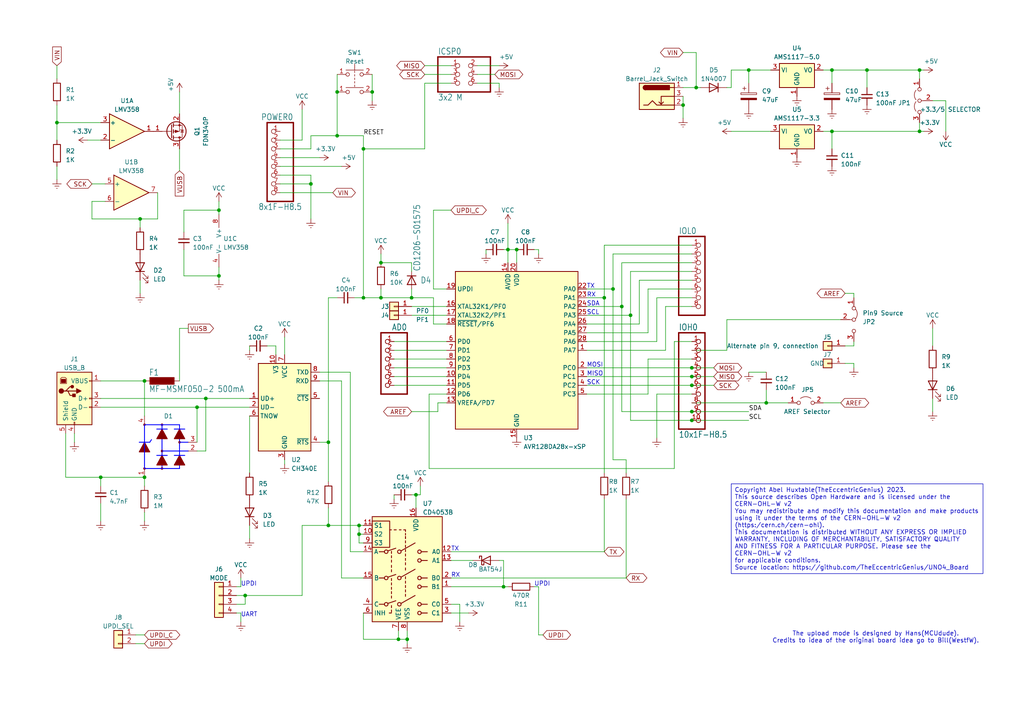
<source format=kicad_sch>
(kicad_sch (version 20231120) (generator "eeschema") (generator_version "8.0")
  (paper "A4")
  (title_block (title "Produino INK 4u") (date "2023-08-20") (rev "1.0") (comment 1 "AVR128DA28 board based on the Uno form factor."))
  (lib_symbols
    (symbol "Amplifier_Operational:LMV358" (pin_names (offset 0.127))
      (property "Reference" "U" (at 0 5.08 0))
      (property "Value" "LMV358" (at 0 -5.08 0))
      (symbol "LMV358_1_1"
        (pin output line (at 7.62 0 180) (length 2.54) (name "~") (number "1"))
        (pin input line (at -7.62 -2.54 0) (length 2.54) (name "-") (number "2"))
        (pin input line (at -7.62 2.54 0) (length 2.54) (name "+") (number "3"))
      )
      (symbol "LMV358_2_1"
        (pin input line (at -7.62 2.54 0) (length 2.54) (name "+") (number "5"))
        (pin input line (at -7.62 -2.54 0) (length 2.54) (name "-") (number "6"))
        (pin output line (at 7.62 0 180) (length 2.54) (name "~") (number "7"))
      )
      (symbol "LMV358_3_1"
        (pin power_in line (at -2.54 -7.62 90) (length 3.81) (name "V-") (number "4"))
        (pin power_in line (at -2.54 7.62 270) (length 3.81) (name "V+") (number "8"))
      )
    )
    (symbol "Analog_Switch:CD4053B"
      (property "Reference" "U" (at -10.16 16.51 0))
      (property "Value" "CD4053B" (at 3.81 16.51 0))
      (symbol "CD4053B_1_1"
        (pin bidirectional line (at 12.7 -5.08 180) (length 2.54) (name "B1") (number "1"))
        (pin input line (at -12.7 10.16 0) (length 2.54) (name "S2") (number "10"))
        (pin input line (at -12.7 12.7 0) (length 2.54) (name "S1") (number "11"))
        (pin bidirectional line (at 12.7 5.08 180) (length 2.54) (name "A0") (number "12"))
        (pin bidirectional line (at 12.7 2.54 180) (length 2.54) (name "A1") (number "13"))
        (pin bidirectional line (at -12.7 5.08 0) (length 2.54) (name "A") (number "14"))
        (pin bidirectional line (at -12.7 -2.54 0) (length 2.54) (name "B") (number "15"))
        (pin power_in line (at 2.54 17.78 270) (length 2.54) (name "VDD") (number "16"))
        (pin bidirectional line (at 12.7 -2.54 180) (length 2.54) (name "B0") (number "2"))
        (pin bidirectional line (at 12.7 -12.7 180) (length 2.54) (name "C1") (number "3"))
        (pin bidirectional line (at -12.7 -10.16 0) (length 2.54) (name "C") (number "4"))
        (pin bidirectional line (at 12.7 -10.16 180) (length 2.54) (name "C0") (number "5"))
        (pin input line (at -12.7 -12.7 0) (length 2.54) (name "INH") (number "6"))
        (pin power_in line (at -2.54 -17.78 90) (length 2.54) (name "VEE") (number "7"))
        (pin power_in line (at 0 -17.78 90) (length 2.54) (name "VSS") (number "8"))
        (pin input line (at -12.7 7.62 0) (length 2.54) (name "S3") (number "9"))
      )
    )
    (symbol "Connector:Barrel_Jack_Switch" (pin_names hide)
      (property "Reference" "J" (at 0 5.334 0))
      (property "Value" "Barrel_Jack_Switch" (at 0 -5.08 0))
      (symbol "Barrel_Jack_Switch_1_1"
        (pin passive line (at 7.62 2.54 180) (length 2.54) (name "~") (number "1"))
        (pin passive line (at 7.62 -2.54 180) (length 2.54) (name "~") (number "2"))
        (pin passive line (at 7.62 0 180) (length 2.54) (name "~") (number "3"))
      )
    )
    (symbol "Connector:USB_B" (pin_names (offset 1.016))
      (property "Reference" "J" (at -5.08 11.43 0))
      (property "Value" "USB_B" (at -5.08 8.89 0))
      (symbol "USB_B_1_1"
        (pin power_out line (at 7.62 5.08 180) (length 2.54) (name "VBUS") (number "1"))
        (pin bidirectional line (at 7.62 -2.54 180) (length 2.54) (name "D-") (number "2"))
        (pin bidirectional line (at 7.62 0 180) (length 2.54) (name "D+") (number "3"))
        (pin power_out line (at 0 -10.16 90) (length 2.54) (name "GND") (number "4"))
        (pin passive line (at -2.54 -10.16 90) (length 2.54) (name "Shield") (number "5"))
      )
    )
    (symbol "Connector_Generic:Conn_01x01" (pin_names (offset 1.016) hide)
      (property "Reference" "J" (at 0 2.54 0))
      (property "Value" "Conn_01x01" (at 0 -2.54 0))
      (symbol "Conn_01x01_1_1"
        (pin passive line (at -5.08 0 0) (length 3.81) (name "Pin_1") (number "1"))
      )
    )
    (symbol "Connector_Generic:Conn_01x02" (pin_names (offset 1.016) hide)
      (property "Reference" "J" (at 0 2.54 0))
      (property "Value" "Conn_01x02" (at 0 -5.08 0))
      (symbol "Conn_01x02_1_1"
        (pin passive line (at -5.08 0 0) (length 3.81) (name "Pin_1") (number "1"))
        (pin passive line (at -5.08 -2.54 0) (length 3.81) (name "Pin_2") (number "2"))
      )
    )
    (symbol "Connector_Generic:Conn_01x04" (pin_names (offset 1.016) hide)
      (property "Reference" "J" (at 0 5.08 0))
      (property "Value" "Conn_01x04" (at 0 -7.62 0))
      (symbol "Conn_01x04_1_1"
        (pin passive line (at -5.08 2.54 0) (length 3.81) (name "Pin_1") (number "1"))
        (pin passive line (at -5.08 0 0) (length 3.81) (name "Pin_2") (number "2"))
        (pin passive line (at -5.08 -2.54 0) (length 3.81) (name "Pin_3") (number "3"))
        (pin passive line (at -5.08 -5.08 0) (length 3.81) (name "Pin_4") (number "4"))
      )
    )
    (symbol "Device:C_Polarized" (pin_numbers hide) (pin_names (offset 0.254))
      (property "Reference" "C" (at 0.635 2.54 0))
      (property "Value" "C_Polarized" (at 0.635 -2.54 0))
      (symbol "C_Polarized_1_1"
        (pin passive line (at 0 3.81 270) (length 2.794) (name "~") (number "1"))
        (pin passive line (at 0 -3.81 90) (length 2.794) (name "~") (number "2"))
      )
    )
    (symbol "Device:C_Small" (pin_numbers hide) (pin_names (offset 0.254) hide)
      (property "Reference" "C" (at 0.254 1.778 0))
      (property "Value" "C_Small" (at 0.254 -2.032 0))
      (symbol "C_Small_1_1"
        (pin passive line (at 0 2.54 270) (length 2.032) (name "~") (number "1"))
        (pin passive line (at 0 -2.54 90) (length 2.032) (name "~") (number "2"))
      )
    )
    (symbol "Device:LED" (pin_numbers hide) (pin_names (offset 1.016) hide)
      (property "Reference" "D" (at 0 2.54 0))
      (property "Value" "LED" (at 0 -2.54 0))
      (symbol "LED_1_1"
        (pin passive line (at -3.81 0 0) (length 2.54) (name "K") (number "1"))
        (pin passive line (at 3.81 0 180) (length 2.54) (name "A") (number "2"))
      )
    )
    (symbol "Device:R" (pin_numbers hide) (pin_names (offset 0))
      (property "Reference" "R" (at 2.032 0 90))
      (property "Value" "R" (at 0 0 90))
      (symbol "R_1_1"
        (pin passive line (at 0 3.81 270) (length 1.27) (name "~") (number "1"))
        (pin passive line (at 0 -3.81 90) (length 1.27) (name "~") (number "2"))
      )
    )
    (symbol "Diode:1N4007" (pin_numbers hide) (pin_names hide)
      (property "Reference" "D" (at 0 2.54 0))
      (property "Value" "1N4007" (at 0 -2.54 0))
      (symbol "1N4007_1_1"
        (pin passive line (at -3.81 0 0) (length 2.54) (name "K") (number "1"))
        (pin passive line (at 3.81 0 180) (length 2.54) (name "A") (number "2"))
      )
    )
    (symbol "Diode:BAT54J" (pin_numbers hide) (pin_names (offset 1.016) hide)
      (property "Reference" "D" (at 0 2.54 0))
      (property "Value" "BAT54J" (at 0 -2.54 0))
      (symbol "BAT54J_1_1"
        (pin passive line (at -3.81 0 0) (length 2.54) (name "K") (number "1"))
        (pin passive line (at 3.81 0 180) (length 2.54) (name "A") (number "2"))
      )
    )
    (symbol "Interface_USB:CH340E"
      (property "Reference" "U" (at -5.08 13.97 0))
      (property "Value" "CH340E" (at 1.27 13.97 0))
      (symbol "CH340E_1_1"
        (pin bidirectional line (at -10.16 2.54 0) (length 2.54) (name "UD+") (number "1"))
        (pin passive line (at -2.54 15.24 270) (length 2.54) (name "V3") (number "10"))
        (pin bidirectional line (at -10.16 0 0) (length 2.54) (name "UD-") (number "2"))
        (pin power_in line (at 0 -15.24 90) (length 2.54) (name "GND") (number "3"))
        (pin output line (at 10.16 -10.16 180) (length 2.54) (name "~{RTS}") (number "4"))
        (pin input line (at 10.16 2.54 180) (length 2.54) (name "~{CTS}") (number "5"))
        (pin output line (at -10.16 -2.54 0) (length 2.54) (name "TNOW") (number "6"))
        (pin power_in line (at 0 15.24 270) (length 2.54) (name "VCC") (number "7"))
        (pin output line (at 10.16 10.16 180) (length 2.54) (name "TXD") (number "8"))
        (pin input line (at 10.16 7.62 180) (length 2.54) (name "RXD") (number "9"))
      )
    )
    (symbol "Jumper:Jumper_2_Open" (pin_names (offset 0) hide)
      (property "Reference" "JP" (at 0 2.794 0))
      (property "Value" "Jumper_2_Open" (at 0 -2.286 0))
      (symbol "Jumper_2_Open_1_1"
        (pin passive line (at -5.08 0 0) (length 2.54) (name "A") (number "1"))
        (pin passive line (at 5.08 0 180) (length 2.54) (name "B") (number "2"))
      )
    )
    (symbol "Jumper:Jumper_3_Bridged12" (pin_names (offset 0) hide)
      (property "Reference" "JP" (at -2.54 -2.54 0))
      (property "Value" "Jumper_3_Bridged12" (at 0 2.794 0))
      (symbol "Jumper_3_Bridged12_1_1"
        (pin passive line (at -6.35 0 0) (length 2.54) (name "A") (number "1"))
        (pin passive line (at 0 -3.81 90) (length 2.54) (name "C") (number "2"))
        (pin passive line (at 6.35 0 180) (length 2.54) (name "B") (number "3"))
      )
    )
    (symbol "Jumper:Jumper_3_Open" (pin_names (offset 0) hide)
      (property "Reference" "JP" (at -2.54 -2.54 0))
      (property "Value" "Jumper_3_Open" (at 0 2.794 0))
      (symbol "Jumper_3_Open_1_1"
        (pin passive line (at -6.35 0 0) (length 2.54) (name "A") (number "1"))
        (pin passive line (at 0 -3.81 90) (length 2.54) (name "C") (number "2"))
        (pin passive line (at 6.35 0 180) (length 2.54) (name "B") (number "3"))
      )
    )
    (symbol "MCU_Microchip_AVR_Dx:AVR128DA28x-xSP"
      (property "Reference" "U" (at -17.78 24.13 0))
      (property "Value" "AVR128DA28x-xSP" (at 2.54 -24.13 0))
      (symbol "AVR128DA28x-xSP_1_1"
        (pin bidirectional line (at 20.32 0 180) (length 2.54) (name "PA7") (number "1"))
        (pin bidirectional line (at -20.32 -7.62 0) (length 2.54) (name "PD4") (number "10"))
        (pin bidirectional line (at -20.32 -10.16 0) (length 2.54) (name "PD5") (number "11"))
        (pin bidirectional line (at -20.32 -12.7 0) (length 2.54) (name "PD6") (number "12"))
        (pin bidirectional line (at -20.32 -15.24 0) (length 2.54) (name "VREFA/PD7") (number "13"))
        (pin power_in line (at -2.54 25.4 270) (length 2.54) (name "AVDD") (number "14"))
        (pin power_in line (at 0 -25.4 90) (length 2.54) (name "GND") (number "15"))
        (pin bidirectional line (at -20.32 12.7 0) (length 2.54) (name "XTAL32K1/PF0") (number "16"))
        (pin bidirectional line (at -20.32 10.16 0) (length 2.54) (name "XTAL32K2/PF1") (number "17"))
        (pin bidirectional line (at -20.32 7.62 0) (length 2.54) (name "~{RESET}/PF6") (number "18"))
        (pin input line (at -20.32 17.78 0) (length 2.54) (name "UPDI") (number "19"))
        (pin bidirectional line (at 20.32 -5.08 180) (length 2.54) (name "PC0") (number "2"))
        (pin power_in line (at 0 25.4 270) (length 2.54) (name "VDD") (number "20"))
        (pin passive line (at 0 -25.4 90) (length 2.54) hide (name "GND") (number "21"))
        (pin bidirectional line (at 20.32 17.78 180) (length 2.54) (name "PA0") (number "22"))
        (pin bidirectional line (at 20.32 15.24 180) (length 2.54) (name "PA1") (number "23"))
        (pin bidirectional line (at 20.32 12.7 180) (length 2.54) (name "PA2") (number "24"))
        (pin bidirectional line (at 20.32 10.16 180) (length 2.54) (name "PA3") (number "25"))
        (pin bidirectional line (at 20.32 7.62 180) (length 2.54) (name "PA4") (number "26"))
        (pin bidirectional line (at 20.32 5.08 180) (length 2.54) (name "PA5") (number "27"))
        (pin bidirectional line (at 20.32 2.54 180) (length 2.54) (name "PA6") (number "28"))
        (pin bidirectional line (at 20.32 -7.62 180) (length 2.54) (name "PC1") (number "3"))
        (pin bidirectional line (at 20.32 -10.16 180) (length 2.54) (name "PC2") (number "4"))
        (pin bidirectional line (at 20.32 -12.7 180) (length 2.54) (name "PC3") (number "5"))
        (pin bidirectional line (at -20.32 2.54 0) (length 2.54) (name "PD0") (number "6"))
        (pin bidirectional line (at -20.32 0 0) (length 2.54) (name "PD1") (number "7"))
        (pin bidirectional line (at -20.32 -2.54 0) (length 2.54) (name "PD2") (number "8"))
        (pin bidirectional line (at -20.32 -5.08 0) (length 2.54) (name "PD3") (number "9"))
      )
    )
    (symbol "Regulator_Linear:AMS1117-3.3"
      (property "Reference" "U" (at -3.81 3.175 0))
      (property "Value" "AMS1117-3.3" (at 0 3.175 0))
      (symbol "AMS1117-3.3_1_1"
        (pin power_in line (at 0 -7.62 90) (length 2.54) (name "GND") (number "1"))
        (pin power_out line (at 7.62 0 180) (length 2.54) (name "VO") (number "2"))
        (pin power_in line (at -7.62 0 0) (length 2.54) (name "VI") (number "3"))
      )
    )
    (symbol "Regulator_Linear:AMS1117-5.0"
      (property "Reference" "U" (at -3.81 3.175 0))
      (property "Value" "AMS1117-5.0" (at 0 3.175 0))
      (symbol "AMS1117-5.0_1_1"
        (pin power_in line (at 0 -7.62 90) (length 2.54) (name "GND") (number "1"))
        (pin power_out line (at 7.62 0 180) (length 2.54) (name "VO") (number "2"))
        (pin power_in line (at -7.62 0 0) (length 2.54) (name "VI") (number "3"))
      )
    )
    (symbol "SmartPrj_PINHD-1X8_1"
      (property "Reference" "AD0" (at -6.35 13.335 0))
      (symbol "SmartPrj_PINHD-1X8_1_1_0"
        (pin passive inverted (at -2.54 10.16 0) (length 2.54) (name "1") (number "1"))
        (pin passive inverted (at -2.54 7.62 0) (length 2.54) (name "2") (number "2"))
        (pin passive inverted (at -2.54 5.08 0) (length 2.54) (name "3") (number "3"))
        (pin passive inverted (at -2.54 2.54 0) (length 2.54) (name "4") (number "4"))
        (pin passive inverted (at -2.54 0 0) (length 2.54) (name "5") (number "5"))
        (pin passive inverted (at -2.54 -2.54 0) (length 2.54) (name "6") (number "6"))
      )
    )
    (symbol "Switch:SW_Push_Dual" (pin_names (offset 1.016) hide)
      (property "Reference" "SW1" (at 0 6.35 0))
      (property "Value" "Reset" (at 0 3.81 0))
      (symbol "SW_Push_Dual_0_1"
        (pin passive line (at -5.08 0 0) (length 2.54) (name "1") (number "1"))
        (pin passive line (at 5.08 0 180) (length 2.54) (name "2") (number "2"))
      )
      (symbol "SW_Push_Dual_1_1"
        (pin passive line (at -5.08 -5.08 0) (length 2.54) (name "3") (number "1"))
        (pin passive line (at 5.08 -5.08 180) (length 2.54) (name "4") (number "2"))
      )
    )
    (symbol "Transistor_FET:FDN340P" (pin_names hide)
      (property "Reference" "Q" (at 5.08 1.905 0))
      (property "Value" "FDN340P" (at 5.08 0 0))
      (symbol "FDN340P_1_1"
        (pin input line (at -5.08 0 0) (length 2.54) (name "G") (number "1"))
        (pin passive line (at 2.54 -5.08 90) (length 2.54) (name "S") (number "2"))
        (pin passive line (at 2.54 5.08 270) (length 2.54) (name "D") (number "3"))
      )
    )
    (symbol "UNO-TH_Rev3e-eagle-import:SmartPrj_PINHD-1X10_ARD"
      (property "Reference" "JP" (at -6.35 13.335 0))
      (symbol "SmartPrj_PINHD-1X10_ARD_1_0"
        (pin passive inverted (at -2.54 10.16 0) (length 2.54) (name "1") (number "1"))
        (pin passive inverted (at -2.54 -12.7 0) (length 2.54) (name "10") (number "10"))
        (pin passive inverted (at -2.54 7.62 0) (length 2.54) (name "2") (number "2"))
        (pin passive inverted (at -2.54 5.08 0) (length 2.54) (name "3") (number "3"))
        (pin passive inverted (at -2.54 2.54 0) (length 2.54) (name "4") (number "4"))
        (pin passive inverted (at -2.54 0 0) (length 2.54) (name "5") (number "5"))
        (pin passive inverted (at -2.54 -2.54 0) (length 2.54) (name "6") (number "6"))
        (pin passive inverted (at -2.54 -5.08 0) (length 2.54) (name "7") (number "7"))
        (pin passive inverted (at -2.54 -7.62 0) (length 2.54) (name "8") (number "8"))
        (pin passive inverted (at -2.54 -10.16 0) (length 2.54) (name "9") (number "9"))
      )
    )
    (symbol "UNO-TH_Rev3e-eagle-import:SmartPrj_PINHD-1X8"
      (property "Reference" "JP" (at -6.35 13.335 0))
      (symbol "SmartPrj_PINHD-1X8_1_0"
        (pin passive inverted (at -2.54 10.16 0) (length 2.54) (name "1") (number "1"))
        (pin passive inverted (at -2.54 7.62 0) (length 2.54) (name "2") (number "2"))
        (pin passive inverted (at -2.54 5.08 0) (length 2.54) (name "3") (number "3"))
        (pin passive inverted (at -2.54 2.54 0) (length 2.54) (name "4") (number "4"))
        (pin passive inverted (at -2.54 0 0) (length 2.54) (name "5") (number "5"))
        (pin passive inverted (at -2.54 -2.54 0) (length 2.54) (name "6") (number "6"))
        (pin passive inverted (at -2.54 -5.08 0) (length 2.54) (name "7") (number "7"))
        (pin passive inverted (at -2.54 -7.62 0) (length 2.54) (name "8") (number "8"))
      )
    )
    (symbol "UNO-TH_Rev3e-eagle-import:SmartPrj_PINHD-2X3"
      (property "Reference" "JP" (at -6.35 5.715 0))
      (symbol "SmartPrj_PINHD-2X3_1_0"
        (pin passive inverted (at -2.54 2.54 0) (length 2.54) (name "1") (number "1"))
        (pin passive inverted (at 5.08 2.54 180) (length 2.54) (name "2") (number "2"))
        (pin passive inverted (at -2.54 0 0) (length 2.54) (name "3") (number "3"))
        (pin passive inverted (at 5.08 0 180) (length 2.54) (name "4") (number "4"))
        (pin passive inverted (at -2.54 -2.54 0) (length 2.54) (name "5") (number "5"))
        (pin passive inverted (at 5.08 -2.54 180) (length 2.54) (name "6") (number "6"))
      )
    )
    (symbol "UNO-TH_Rev3e-eagle-import:diode_DIODE-MINIMELF"
      (property "Reference" "D" (at 2.54 0.4826 0))
      (symbol "diode_DIODE-MINIMELF_1_0"
        (pin passive line (at -2.54 0 0) (length 2.54) (name "A") (number "A"))
        (pin passive line (at 2.54 0 180) (length 2.54) (name "C") (number "C"))
      )
    )
    (symbol "UNO-TH_Rev3e-eagle-import:rcl_L-EUL1812"
      (property "Reference" "L" (at -1.4986 -3.81 90))
      (symbol "rcl_L-EUL1812_1_0"
        (pin passive line (at 0 5.08 270) (length 2.54) (name "1") (number "1"))
        (pin passive line (at 0 -5.08 90) (length 2.54) (name "2") (number "2"))
      )
    )
    (symbol "Uno_Mini_Limited_Edition-altium-import:root_0_PRTR5V0U2X,215"
      (symbol "root_0_PRTR5V0U2X,215_1_0"
        (pin passive line (at -5.08 -10.16 90) (length 2.54) (name "1") (number "1"))
        (pin passive line (at 10.16 -2.54 180) (length 2.54) (name "2") (number "2"))
        (pin passive line (at 10.16 0 180) (length 2.54) (name "3") (number "3"))
        (pin passive line (at -5.08 7.62 270) (length 2.54) (name "4") (number "4"))
      )
    )
    (symbol "power:+3.3V" (power) (pin_names (offset 0))
      (property "Value" "+3.3V" (at 0 3.556 0))
      (symbol "+3.3V_1_1"
        (pin power_in line (at 0 0 90) (length 0) hide (name "+3.3V") (number "1"))
      )
    )
    (symbol "power:+5V" (power) (pin_names (offset 0))
      (property "Value" "+5V" (at 0 3.556 0))
      (symbol "+5V_1_1"
        (pin power_in line (at 0 0 90) (length 0) hide (name "+5V") (number "1"))
      )
    )
    (symbol "power:Earth" (power) (pin_names (offset 0))
      (symbol "Earth_1_1"
        (pin power_in line (at 0 0 270) (length 0) hide (name "Earth") (number "1"))
      )
    )
    (symbol "power:VCC" (power) (pin_names (offset 0))
      (property "Value" "VCC" (at 0 3.81 0))
      (symbol "VCC_1_1"
        (pin power_in line (at 0 0 90) (length 0) hide (name "VCC") (number "1"))
      )
    )
  )
  (junction (at 115.57 185.42))
  (junction (at 29.21 138.43))
  (junction (at 110.49 86.36))
  (junction (at 180.34 88.9))
  (junction (at 119.38 86.36))
  (junction (at 90.17 53.34))
  (junction (at 104.14 154.94))
  (junction (at 110.49 76.2))
  (junction (at 266.7 20.32))
  (junction (at 200.66 121.92))
  (junction (at 251.46 20.32))
  (junction (at 104.14 152.4))
  (junction (at 177.8 83.82))
  (junction (at 105.41 43.18))
  (junction (at 266.7 38.1))
  (junction (at 40.64 63.5))
  (junction (at 63.5 80.01))
  (junction (at 95.25 128.27))
  (junction (at 59.69 115.57))
  (junction (at 71.12 172.72))
  (junction (at 241.3 20.32))
  (junction (at 147.32 72.39))
  (junction (at 200.66 109.22))
  (junction (at 57.15 118.11))
  (junction (at 200.66 111.76))
  (junction (at 201.93 25.4))
  (junction (at 97.79 39.37))
  (junction (at 120.65 143.51))
  (junction (at 95.25 152.4))
  (junction (at 41.91 110.49))
  (junction (at 241.3 38.1))
  (junction (at 200.66 119.38))
  (junction (at 222.25 116.84))
  (junction (at 118.11 185.42))
  (junction (at 63.5 60.96))
  (junction (at 16.51 35.56))
  (junction (at 200.66 106.68))
  (junction (at 198.12 30.48))
  (junction (at 41.91 138.43))
  (junction (at 149.86 72.39))
  (junction (at 107.95 26.67))
  (junction (at 175.26 86.36))
  (junction (at 105.41 86.36))
  (junction (at 182.88 91.44))
  (junction (at 217.17 20.32))
  (junction (at 146.05 170.18))
  (junction (at 97.79 26.67))
  (wire (pts (xy 247.65 105.41) (xy 247.65 106.68)))
  (wire (pts (xy 68.58 175.26) (xy 71.12 175.26)))
  (wire (pts (xy 81.28 53.34) (xy 90.17 53.34)))
  (wire (pts (xy 212.09 25.4) (xy 212.09 20.32)))
  (wire (pts (xy 238.76 38.1) (xy 241.3 38.1)))
  (wire (pts (xy 39.37 184.15) (xy 41.91 184.15)))
  (wire (pts (xy 198.12 25.4) (xy 201.93 25.4)))
  (wire (pts (xy 195.58 99.06) (xy 200.66 99.06)))
  (wire (pts (xy 81.28 55.88) (xy 96.52 55.88)))
  (wire (pts (xy 105.41 185.42) (xy 115.57 185.42)))
  (wire (pts (xy 119.38 83.82) (xy 119.38 86.36)))
  (wire (pts (xy 118.11 185.42) (xy 118.11 182.88)))
  (wire (pts (xy 201.93 25.4) (xy 201.93 15.24)))
  (wire (pts (xy 121.92 143.51) (xy 120.65 143.51)))
  (wire (pts (xy 156.21 184.15) (xy 157.48 184.15)))
  (wire (pts (xy 180.34 76.2) (xy 200.66 76.2)))
  (wire (pts (xy 180.34 88.9) (xy 180.34 119.38)))
  (wire (pts (xy 105.41 43.18) (xy 105.41 86.36)))
  (wire (pts (xy 144.78 162.56) (xy 146.05 162.56)))
  (wire (pts (xy 187.96 114.3) (xy 187.96 104.14)))
  (wire (pts (xy 81.28 50.8) (xy 90.17 50.8)))
  (wire (pts (xy 107.95 26.67) (xy 107.95 29.21)))
  (wire (pts (xy 130.81 170.18) (xy 146.05 170.18)))
  (wire (pts (xy 29.21 118.11) (xy 57.15 118.11)))
  (wire (pts (xy 170.18 83.82) (xy 177.8 83.82)))
  (wire (pts (xy 80.01 102.87) (xy 80.01 100.33)))
  (wire (pts (xy 69.85 170.18) (xy 68.58 170.18)))
  (wire (pts (xy 25.4 40.64) (xy 29.21 40.64)))
  (wire (pts (xy 198.12 30.48) (xy 198.12 34.29)))
  (wire (pts (xy 114.3 111.76) (xy 129.54 111.76)))
  (wire (pts (xy 222.25 113.03) (xy 222.25 116.84)))
  (wire (pts (xy 92.71 110.49) (xy 99.06 110.49)))
  (wire (pts (xy 198.12 15.24) (xy 201.93 15.24)))
  (wire (pts (xy 270.51 115.57) (xy 270.51 119.38)))
  (wire (pts (xy 40.64 63.5) (xy 40.64 66.04)))
  (wire (pts (xy 129.54 83.82) (xy 125.73 83.82)))
  (wire (pts (xy 170.18 91.44) (xy 182.88 91.44)))
  (wire (pts (xy 187.96 104.14) (xy 200.66 104.14)))
  (wire (pts (xy 41.91 138.43) (xy 41.91 140.97)))
  (wire (pts (xy 72.39 120.65) (xy 72.39 137.16)))
  (wire (pts (xy 69.85 177.8) (xy 69.85 180.34)))
  (wire (pts (xy 82.55 97.79) (xy 82.55 102.87)))
  (wire (pts (xy 127 116.84) (xy 129.54 116.84)))
  (wire (pts (xy 133.35 175.26) (xy 130.81 175.26)))
  (wire (pts (xy 146.05 162.56) (xy 146.05 170.18)))
  (wire (pts (xy 123.19 21.59) (xy 130.81 21.59)))
  (wire (pts (xy 101.6 160.02) (xy 101.6 107.95)))
  (wire (pts (xy 177.8 73.66) (xy 200.66 73.66)))
  (wire (pts (xy 105.41 160.02) (xy 101.6 160.02)))
  (wire (pts (xy 19.05 138.43) (xy 19.05 125.73)))
  (wire (pts (xy 63.5 77.47) (xy 63.5 80.01)))
  (wire (pts (xy 41.91 138.43) (xy 29.21 138.43)))
  (wire (pts (xy 121.92 140.97) (xy 121.92 143.51)))
  (wire (pts (xy 124.46 135.89) (xy 195.58 135.89)))
  (wire (pts (xy 105.41 86.36) (xy 110.49 86.36)))
  (wire (pts (xy 247.65 100.33) (xy 245.11 100.33)))
  (wire (pts (xy 95.25 128.27) (xy 95.25 139.7)))
  (wire (pts (xy 45.72 63.5) (xy 45.72 55.88)))
  (wire (pts (xy 71.12 172.72) (xy 87.63 172.72)))
  (wire (pts (xy 40.64 81.28) (xy 40.64 85.09)))
  (wire (pts (xy 41.91 148.59) (xy 41.91 151.13)))
  (wire (pts (xy 181.61 137.16) (xy 181.61 133.35)))
  (wire (pts (xy 210.82 25.4) (xy 212.09 25.4)))
  (wire (pts (xy 29.21 138.43) (xy 19.05 138.43)))
  (wire (pts (xy 200.66 101.6) (xy 210.82 101.6)))
  (wire (pts (xy 127 119.38) (xy 127 116.84)))
  (wire (pts (xy 185.42 81.28) (xy 200.66 81.28)))
  (wire (pts (xy 87.63 152.4) (xy 95.25 152.4)))
  (wire (pts (xy 274.32 29.21) (xy 270.51 29.21)))
  (wire (pts (xy 29.21 138.43) (xy 29.21 140.97)))
  (wire (pts (xy 210.82 92.71) (xy 243.84 92.71)))
  (wire (pts (xy 212.09 20.32) (xy 217.17 20.32)))
  (wire (pts (xy 138.43 21.59) (xy 143.51 21.59)))
  (wire (pts (xy 16.51 35.56) (xy 16.51 40.64)))
  (wire (pts (xy 125.73 86.36) (xy 125.73 93.98)))
  (wire (pts (xy 200.66 119.38) (xy 217.17 119.38)))
  (wire (pts (xy 201.93 25.4) (xy 203.2 25.4)))
  (wire (pts (xy 110.49 86.36) (xy 119.38 86.36)))
  (wire (pts (xy 41.91 110.49) (xy 41.91 120.65)))
  (wire (pts (xy 274.32 38.1) (xy 274.32 29.21)))
  (wire (pts (xy 177.8 83.82) (xy 177.8 133.35)))
  (wire (pts (xy 81.28 43.18) (xy 90.17 43.18)))
  (wire (pts (xy 39.37 186.69) (xy 41.91 186.69)))
  (wire (pts (xy 156.21 73.66) (xy 156.21 72.39)))
  (wire (pts (xy 95.25 147.32) (xy 95.25 152.4)))
  (wire (pts (xy 200.66 106.68) (xy 207.01 106.68)))
  (wire (pts (xy 81.28 48.26) (xy 99.06 48.26)))
  (wire (pts (xy 63.5 60.96) (xy 63.5 62.23)))
  (wire (pts (xy 16.51 35.56) (xy 29.21 35.56)))
  (wire (pts (xy 270.51 95.25) (xy 270.51 100.33)))
  (wire (pts (xy 181.61 133.35) (xy 177.8 133.35)))
  (wire (pts (xy 114.3 106.68) (xy 129.54 106.68)))
  (wire (pts (xy 130.81 24.13) (xy 123.19 24.13)))
  (wire (pts (xy 52.07 95.25) (xy 52.07 110.49)))
  (wire (pts (xy 26.67 63.5) (xy 40.64 63.5)))
  (wire (pts (xy 147.32 72.39) (xy 149.86 72.39)))
  (wire (pts (xy 245.11 105.41) (xy 247.65 105.41)))
  (wire (pts (xy 68.58 177.8) (xy 69.85 177.8)))
  (wire (pts (xy 266.7 20.32) (xy 266.7 22.86)))
  (wire (pts (xy 97.79 39.37) (xy 105.41 39.37)))
  (wire (pts (xy 59.69 130.81) (xy 59.69 115.57)))
  (wire (pts (xy 170.18 96.52) (xy 187.96 96.52)))
  (wire (pts (xy 107.95 21.59) (xy 107.95 26.67)))
  (wire (pts (xy 156.21 170.18) (xy 156.21 184.15)))
  (wire (pts (xy 115.57 185.42) (xy 118.11 185.42)))
  (wire (pts (xy 115.57 182.88) (xy 115.57 185.42)))
  (wire (pts (xy 147.32 72.39) (xy 146.05 72.39)))
  (wire (pts (xy 77.47 100.33) (xy 80.01 100.33)))
  (wire (pts (xy 170.18 101.6) (xy 193.04 101.6)))
  (wire (pts (xy 175.26 86.36) (xy 175.26 137.16)))
  (wire (pts (xy 40.64 63.5) (xy 45.72 63.5)))
  (wire (pts (xy 21.59 125.73) (xy 21.59 128.27)))
  (wire (pts (xy 71.12 175.26) (xy 71.12 172.72)))
  (wire (pts (xy 182.88 121.92) (xy 200.66 121.92)))
  (wire (pts (xy 217.17 107.95) (xy 222.25 107.95)))
  (wire (pts (xy 124.46 114.3) (xy 129.54 114.3)))
  (wire (pts (xy 200.66 121.92) (xy 217.17 121.92)))
  (wire (pts (xy 175.26 144.78) (xy 175.26 160.02)))
  (wire (pts (xy 90.17 50.8) (xy 90.17 53.34)))
  (wire (pts (xy 193.04 101.6) (xy 193.04 88.9)))
  (wire (pts (xy 182.88 78.74) (xy 200.66 78.74)))
  (wire (pts (xy 59.69 115.57) (xy 72.39 115.57)))
  (wire (pts (xy 140.97 72.39) (xy 140.97 73.66)))
  (wire (pts (xy 97.79 21.59) (xy 97.79 26.67)))
  (wire (pts (xy 182.88 91.44) (xy 182.88 121.92)))
  (wire (pts (xy 170.18 114.3) (xy 187.96 114.3)))
  (wire (pts (xy 53.34 72.39) (xy 53.34 80.01)))
  (wire (pts (xy 63.5 80.01) (xy 63.5 81.28)))
  (wire (pts (xy 185.42 93.98) (xy 185.42 81.28)))
  (wire (pts (xy 130.81 167.64) (xy 181.61 167.64)))
  (wire (pts (xy 138.43 19.05) (xy 144.78 19.05)))
  (wire (pts (xy 16.51 48.26) (xy 16.51 52.07)))
  (wire (pts (xy 104.14 152.4) (xy 104.14 154.94)))
  (wire (pts (xy 154.94 72.39) (xy 156.21 72.39)))
  (wire (pts (xy 101.6 107.95) (xy 92.71 107.95)))
  (wire (pts (xy 72.39 152.4) (xy 72.39 156.21)))
  (wire (pts (xy 195.58 135.89) (xy 195.58 99.06)))
  (wire (pts (xy 68.58 172.72) (xy 71.12 172.72)))
  (wire (pts (xy 187.96 96.52) (xy 187.96 83.82)))
  (wire (pts (xy 200.66 111.76) (xy 207.01 111.76)))
  (wire (pts (xy 200.66 109.22) (xy 207.01 109.22)))
  (wire (pts (xy 222.25 116.84) (xy 228.6 116.84)))
  (wire (pts (xy 104.14 157.48) (xy 104.14 154.94)))
  (wire (pts (xy 170.18 109.22) (xy 200.66 109.22)))
  (wire (pts (xy 241.3 24.13) (xy 241.3 20.32)))
  (wire (pts (xy 180.34 119.38) (xy 200.66 119.38)))
  (wire (pts (xy 170.18 106.68) (xy 200.66 106.68)))
  (wire (pts (xy 105.41 39.37) (xy 105.41 43.18)))
  (wire (pts (xy 170.18 88.9) (xy 180.34 88.9)))
  (wire (pts (xy 177.8 83.82) (xy 177.8 73.66)))
  (wire (pts (xy 26.67 53.34) (xy 30.48 53.34)))
  (wire (pts (xy 241.3 38.1) (xy 266.7 38.1)))
  (wire (pts (xy 105.41 157.48) (xy 104.14 157.48)))
  (wire (pts (xy 119.38 143.51) (xy 120.65 143.51)))
  (wire (pts (xy 130.81 162.56) (xy 137.16 162.56)))
  (wire (pts (xy 52.07 49.53) (xy 52.07 43.18)))
  (wire (pts (xy 57.15 118.11) (xy 72.39 118.11)))
  (wire (pts (xy 133.35 175.26) (xy 133.35 180.34)))
  (wire (pts (xy 119.38 76.2) (xy 119.38 78.74)))
  (wire (pts (xy 102.87 86.36) (xy 105.41 86.36)))
  (wire (pts (xy 52.07 95.25) (xy 54.61 95.25)))
  (wire (pts (xy 212.09 38.1) (xy 223.52 38.1)))
  (wire (pts (xy 187.96 83.82) (xy 200.66 83.82)))
  (wire (pts (xy 154.94 170.18) (xy 156.21 170.18)))
  (wire (pts (xy 170.18 93.98) (xy 185.42 93.98)))
  (wire (pts (xy 105.41 152.4) (xy 104.14 152.4)))
  (wire (pts (xy 241.3 38.1) (xy 241.3 43.18)))
  (wire (pts (xy 95.25 128.27) (xy 95.25 86.36)))
  (wire (pts (xy 182.88 91.44) (xy 182.88 78.74)))
  (wire (pts (xy 26.67 58.42) (xy 26.67 63.5)))
  (wire (pts (xy 144.78 24.13) (xy 138.43 24.13)))
  (wire (pts (xy 266.7 38.1) (xy 266.7 35.56)))
  (wire (pts (xy 53.34 67.31) (xy 53.34 60.96)))
  (wire (pts (xy 120.65 143.51) (xy 120.65 147.32)))
  (wire (pts (xy 90.17 53.34) (xy 90.17 63.5)))
  (wire (pts (xy 119.38 119.38) (xy 127 119.38)))
  (wire (pts (xy 110.49 76.2) (xy 119.38 76.2)))
  (wire (pts (xy 146.05 170.18) (xy 147.32 170.18)))
  (wire (pts (xy 69.85 167.64) (xy 69.85 170.18)))
  (wire (pts (xy 95.25 152.4) (xy 104.14 152.4)))
  (wire (pts (xy 217.17 20.32) (xy 223.52 20.32)))
  (wire (pts (xy 81.28 45.72) (xy 92.71 45.72)))
  (wire (pts (xy 110.49 73.66) (xy 110.49 76.2)))
  (wire (pts (xy 114.3 104.14) (xy 129.54 104.14)))
  (wire (pts (xy 95.25 86.36) (xy 97.79 86.36)))
  (wire (pts (xy 99.06 167.64) (xy 105.41 167.64)))
  (wire (pts (xy 251.46 20.32) (xy 251.46 25.4)))
  (wire (pts (xy 190.5 114.3) (xy 190.5 127)))
  (wire (pts (xy 200.66 114.3) (xy 190.5 114.3)))
  (wire (pts (xy 267.97 20.32) (xy 266.7 20.32)))
  (wire (pts (xy 63.5 58.42) (xy 63.5 60.96)))
  (wire (pts (xy 245.11 85.09) (xy 247.65 85.09)))
  (wire (pts (xy 238.76 20.32) (xy 241.3 20.32)))
  (wire (pts (xy 238.76 116.84) (xy 243.84 116.84)))
  (wire (pts (xy 30.48 58.42) (xy 26.67 58.42)))
  (wire (pts (xy 41.91 110.49) (xy 29.21 110.49)))
  (wire (pts (xy 217.17 24.13) (xy 217.17 20.32)))
  (wire (pts (xy 52.07 33.02) (xy 52.07 26.67)))
  (wire (pts (xy 180.34 88.9) (xy 180.34 76.2)))
  (wire (pts (xy 90.17 39.37) (xy 97.79 39.37)))
  (wire (pts (xy 125.73 93.98) (xy 129.54 93.98)))
  (wire (pts (xy 87.63 152.4) (xy 87.63 172.72)))
  (wire (pts (xy 119.38 91.44) (xy 129.54 91.44)))
  (wire (pts (xy 97.79 26.67) (xy 97.79 39.37)))
  (wire (pts (xy 190.5 86.36) (xy 200.66 86.36)))
  (wire (pts (xy 130.81 160.02) (xy 175.26 160.02)))
  (wire (pts (xy 114.3 143.51) (xy 114.3 144.78)))
  (wire (pts (xy 114.3 101.6) (xy 129.54 101.6)))
  (wire (pts (xy 99.06 110.49) (xy 99.06 167.64)))
  (wire (pts (xy 210.82 92.71) (xy 210.82 101.6)))
  (wire (pts (xy 144.78 25.4) (xy 144.78 24.13)))
  (wire (pts (xy 170.18 99.06) (xy 190.5 99.06)))
  (wire (pts (xy 72.39 100.33) (xy 72.39 101.6)))
  (wire (pts (xy 123.19 43.18) (xy 105.41 43.18)))
  (wire (pts (xy 123.19 24.13) (xy 123.19 43.18)))
  (wire (pts (xy 147.32 64.77) (xy 147.32 72.39)))
  (wire (pts (xy 130.81 177.8) (xy 135.89 177.8)))
  (wire (pts (xy 125.73 60.96) (xy 130.81 60.96)))
  (wire (pts (xy 125.73 83.82) (xy 125.73 60.96)))
  (wire (pts (xy 123.19 19.05) (xy 130.81 19.05)))
  (wire (pts (xy 170.18 111.76) (xy 200.66 111.76)))
  (wire (pts (xy 87.63 31.75) (xy 87.63 40.64)))
  (wire (pts (xy 114.3 99.06) (xy 129.54 99.06)))
  (wire (pts (xy 198.12 27.94) (xy 198.12 30.48)))
  (wire (pts (xy 125.73 86.36) (xy 119.38 86.36)))
  (wire (pts (xy 92.71 128.27) (xy 95.25 128.27)))
  (wire (pts (xy 82.55 133.35) (xy 82.55 134.62)))
  (wire (pts (xy 200.66 116.84) (xy 222.25 116.84)))
  (wire (pts (xy 119.38 88.9) (xy 129.54 88.9)))
  (wire (pts (xy 57.15 118.11) (xy 57.15 128.27)))
  (wire (pts (xy 90.17 43.18) (xy 90.17 39.37)))
  (wire (pts (xy 16.51 30.48) (xy 16.51 35.56)))
  (wire (pts (xy 114.3 109.22) (xy 129.54 109.22)))
  (wire (pts (xy 105.41 177.8) (xy 105.41 185.42)))
  (wire (pts (xy 193.04 88.9) (xy 200.66 88.9)))
  (wire (pts (xy 251.46 20.32) (xy 266.7 20.32)))
  (wire (pts (xy 104.14 154.94) (xy 105.41 154.94)))
  (wire (pts (xy 266.7 38.1) (xy 267.97 38.1)))
  (wire (pts (xy 53.34 80.01) (xy 63.5 80.01)))
  (wire (pts (xy 175.26 71.12) (xy 200.66 71.12)))
  (wire (pts (xy 118.11 185.42) (xy 118.11 186.69)))
  (wire (pts (xy 181.61 144.78) (xy 181.61 167.64)))
  (wire (pts (xy 149.86 76.2) (xy 149.86 72.39)))
  (wire (pts (xy 29.21 115.57) (xy 59.69 115.57)))
  (wire (pts (xy 53.34 60.96) (xy 63.5 60.96)))
  (wire (pts (xy 81.28 40.64) (xy 87.63 40.64)))
  (wire (pts (xy 241.3 20.32) (xy 251.46 20.32)))
  (wire (pts (xy 190.5 99.06) (xy 190.5 86.36)))
  (wire (pts (xy 57.15 130.81) (xy 59.69 130.81)))
  (wire (pts (xy 16.51 19.05) (xy 16.51 22.86)))
  (wire (pts (xy 124.46 114.3) (xy 124.46 135.89)))
  (wire (pts (xy 170.18 86.36) (xy 175.26 86.36)))
  (wire (pts (xy 247.65 85.09) (xy 247.65 86.36)))
  (wire (pts (xy 29.21 146.05) (xy 29.21 151.13)))
  (wire (pts (xy 110.49 86.36) (xy 110.49 83.82)))
  (wire (pts (xy 247.65 100.33) (xy 247.65 99.06)))
  (wire (pts (xy 147.32 72.39) (xy 147.32 76.2)))
  (wire (pts (xy 175.26 71.12) (xy 175.26 86.36)))
  (text_box "Copyright Abel Huxtable(TheEccentricGenius) 2023.\nThis source describes Open Hardware and is licensed under the CERN-OHL-W v2\nYou may redistribute and modify this documentation and make products\nusing it under the terms of the CERN-OHL-W v2 (https:/cern.ch/cern-ohl).\nThis documentation is distributed WITHOUT ANY EXPRESS OR IMPLIED\nWARRANTY, INCLUDING OF MERCHANTABILITY, SATISFACTORY QUALITY\nAND FITNESS FOR A PARTICULAR PURPOSE. Please see the CERN-OHL-W v2\nfor applicable conditions.\nSource location: https://github.com/TheEccentricGenius/UNO4_Board" (at 212.09 140.335 0) (size 73.025 26.035) (effects (font (size 1.27 1.27)) (justify left top)))
  (text "TX" (at 170.18 83.82 0) (effects (font (size 1.27 1.27)) (justify left bottom)))
  (text "TX\n" (at 130.81 160.02 0) (effects (font (size 1.27 1.27)) (justify left bottom)))
  (text "UART" (at 69.85 179.07 0) (effects (font (size 1.27 1.27)) (justify left bottom)))
  (text "RX\n" (at 130.81 167.64 0) (effects (font (size 1.27 1.27)) (justify left bottom)))
  (text "SCK" (at 170.18 111.76 0) (effects (font (size 1.27 1.27)) (justify left bottom)))
  (text "RX\n" (at 170.18 86.36 0) (effects (font (size 1.27 1.27)) (justify left bottom)))
  (text "SDA" (at 170.18 88.9 0) (effects (font (size 1.27 1.27)) (justify left bottom)))
  (text "MISO" (at 170.18 109.22 0) (effects (font (size 1.27 1.27)) (justify left bottom)))
  (text "SCL" (at 170.18 91.44 0) (effects (font (size 1.27 1.27)) (justify left bottom)))
  (text "UPDI" (at 154.94 170.18 0) (effects (font (size 1.27 1.27)) (justify left bottom)))
  (text "UPDI" (at 69.85 170.18 0) (effects (font (size 1.27 1.27)) (justify left bottom)))
  (text "MOSI" (at 170.18 106.68 0) (effects (font (size 1.27 1.27)) (justify left bottom)))
  (text "The upload mode is designed by Hans(MCUdude).\nCredits to idea of the original board idea go to Bill(WestfW)." (at 254 184.912 0) (effects (font (size 1.27 1.27))))
  (label "SDA" (at 217.17 119.38 0))
  (label "SCL" (at 217.17 121.92 0))
  (label "RESET" (at 105.41 39.37 0))
  (global_label "MISO" (shape bidirectional) (at 207.01 109.22 0) (property "Intersheetrefs" "${INTERSHEET_REFS}" (effects (hide yes))))
  (global_label "SCK" (shape bidirectional) (at 207.01 111.76 0) (property "Intersheetrefs" "${INTERSHEET_REFS}" (effects (hide yes))))
  (global_label "MOSI" (shape bidirectional) (at 207.01 106.68 0) (property "Intersheetrefs" "${INTERSHEET_REFS}" (effects (hide yes))))
  (global_label "SCK" (shape bidirectional) (at 123.19 21.59 180) (property "Intersheetrefs" "${INTERSHEET_REFS}" (effects (hide yes))))
  (global_label "VUSB" (shape output) (at 54.61 95.25 0) (property "Intersheetrefs" "${INTERSHEET_REFS}" (effects (hide yes))))
  (global_label "UPDI_C" (shape bidirectional) (at 41.91 184.15 0) (property "Intersheetrefs" "${INTERSHEET_REFS}" (effects (hide yes))))
  (global_label "RX" (shape bidirectional) (at 181.61 167.64 0) (property "Intersheetrefs" "${INTERSHEET_REFS}" (effects (hide yes))))
  (global_label "UPDI_C" (shape bidirectional) (at 130.81 60.96 0) (property "Intersheetrefs" "${INTERSHEET_REFS}" (effects (hide yes))))
  (global_label "AREF" (shape bidirectional) (at 119.38 119.38 180) (property "Intersheetrefs" "${INTERSHEET_REFS}" (effects (hide yes))))
  (global_label "UPDI" (shape bidirectional) (at 41.91 186.69 0) (property "Intersheetrefs" "${INTERSHEET_REFS}" (effects (hide yes))))
  (global_label "MOSI" (shape bidirectional) (at 143.51 21.59 0) (property "Intersheetrefs" "${INTERSHEET_REFS}" (effects (hide yes))))
  (global_label "UPDI" (shape bidirectional) (at 157.48 184.15 0) (property "Intersheetrefs" "${INTERSHEET_REFS}" (effects (hide yes))))
  (global_label "MISO" (shape bidirectional) (at 123.19 19.05 180) (property "Intersheetrefs" "${INTERSHEET_REFS}" (effects (hide yes))))
  (global_label "AREF" (shape bidirectional) (at 243.84 116.84 0) (property "Intersheetrefs" "${INTERSHEET_REFS}" (effects (hide yes))))
  (global_label "VIN" (shape bidirectional) (at 96.52 55.88 0) (property "Intersheetrefs" "${INTERSHEET_REFS}" (effects (hide yes))))
  (global_label "VIN" (shape input) (at 16.51 19.05 90) (property "Intersheetrefs" "${INTERSHEET_REFS}" (effects (hide yes))))
  (global_label "VIN" (shape bidirectional) (at 198.12 15.24 180) (property "Intersheetrefs" "${INTERSHEET_REFS}" (effects (hide yes))))
  (global_label "AREF" (shape bidirectional) (at 245.11 85.09 180) (property "Intersheetrefs" "${INTERSHEET_REFS}" (effects (hide yes))))
  (global_label "VUSB" (shape input) (at 52.07 49.53 270) (property "Intersheetrefs" "${INTERSHEET_REFS}" (effects (hide yes))))
  (global_label "SCK" (shape bidirectional) (at 26.67 53.34 180) (property "Intersheetrefs" "${INTERSHEET_REFS}" (effects (hide yes))))
  (global_label "TX" (shape bidirectional) (at 175.26 160.02 0) (property "Intersheetrefs" "${INTERSHEET_REFS}" (effects (hide yes))))
  (symbol (lib_id "power:Earth") (at 217.17 31.75 0) (unit 1)
    (property "Reference" "#PWR033" (effects (hide yes)))
    (property "Value" "Earth" (effects (hide yes)))
  )
  (symbol (lib_id "power:Earth") (at 251.46 30.48 0) (unit 1)
    (property "Reference" "#PWR039" (effects (hide yes)))
    (property "Value" "Earth" (effects (hide yes)))
  )
  (symbol (lib_id "Switch:SW_Push_Dual") (at 102.87 21.59 0) (unit 1)
    (property "Reference" "SW1" (at 102.87 15.24 0))
    (property "Value" "Reset" (at 102.87 17.78 0))
    (property "Footprint" "USB_B:SW_PUSH_6mm" (effects (hide yes)))
  )
  (symbol (lib_id "power:+5V") (at 52.07 26.67 0) (unit 1)
    (property "Reference" "#PWR06" (effects (hide yes)))
    (property "Value" "+5V" (at 49.53 26.67 90) (effects (justify left)))
  )
  (symbol (lib_id "Connector_Generic:Conn_01x01") (at 240.03 100.33 0) (mirror y) (unit 1)
    (property "Reference" "J5" (at 238.76 97.79 0) (effects (justify right)))
    (property "Value" "Alternate pin 9, connection" (at 210.82 100.33 0) (effects (justify right)))
    (property "Footprint" "Connector_Wire:SolderWirePad_1x01_SMD_1x2mm" (effects (hide yes)))
  )
  (symbol (lib_id "Device:R") (at 41.91 144.78 0) (unit 1)
    (property "Reference" "R3" (at 44.45 144.145 0) (effects (justify left)))
    (property "Value" "1M" (at 44.45 146.685 0) (effects (justify left)))
    (property "Footprint" "Resistor_SMD:R_0603_1608Metric_Pad0.98x0.95mm_HandSolder" (effects (hide yes)))
  )
  (symbol (lib_id "power:Earth") (at 270.51 119.38 0) (unit 1)
    (property "Reference" "#PWR044" (effects (hide yes)))
    (property "Value" "Earth" (effects (hide yes)))
  )
  (symbol (lib_id "power:Earth") (at 217.17 107.95 0) (unit 1)
    (property "Reference" "#PWR036" (effects (hide yes)))
    (property "Value" "Earth" (effects (hide yes)))
  )
  (symbol (lib_id "Interface_USB:CH340E") (at 82.55 118.11 0) (unit 1)
    (property "Reference" "U2" (at 84.5059 133.35 0) (effects (justify left)))
    (property "Value" "CH340E" (at 84.5059 135.89 0) (effects (justify left)))
    (property "Footprint" "Package_SO:MSOP-10_3x3mm_P0.5mm" (effects (hide yes)))
    (property "Datasheet" "https://www.mpja.com/download/35227cpdata.pdf" (effects (hide yes)))
  )
  (symbol (lib_id "power:VCC") (at 87.63 31.75 0) (unit 1)
    (property "Reference" "#PWR07" (effects (hide yes)))
    (property "Value" "VCC" (at 87.63 27.94 0))
  )
  (symbol (lib_id "UNO-TH_Rev3e-eagle-import:SmartPrj_PINHD-1X10_ARD") (at 203.2 109.22 0) (unit 1)
    (property "Reference" "IOH0" (at 196.85 95.885 0) (effects (font (size 1.778 1.5113)) (justify left bottom)))
    (property "Value" "10x1F-H8.5" (at 196.85 127 0) (effects (font (size 1.778 1.5113)) (justify left bottom)))
    (property "Footprint" "Connector_PinSocket_2.54mm:PinSocket_1x10_P2.54mm_Vertical" (effects (hide yes)))
  )
  (symbol (lib_id "Connector_Generic:Conn_01x02") (at 34.29 184.15 0) (mirror y) (unit 1)
    (property "Reference" "J8" (at 34.29 179.07 0))
    (property "Value" "UPDI_SEL" (at 34.29 181.61 0))
    (property "Footprint" "Connector_PinHeader_2.54mm:PinHeader_1x02_P2.54mm_Vertical" (effects (hide yes)))
  )
  (symbol (lib_id "Device:R") (at 151.13 170.18 270) (unit 1)
    (property "Reference" "R11" (at 151.13 175.26 90))
    (property "Value" "470R" (at 151.13 172.72 90))
    (property "Footprint" "Resistor_SMD:R_0603_1608Metric_Pad0.98x0.95mm_HandSolder" (effects (hide yes)))
  )
  (symbol (lib_id "power:Earth") (at 29.21 151.13 0) (unit 1)
    (property "Reference" "#PWR04" (effects (hide yes)))
    (property "Value" "Earth" (effects (hide yes)))
  )
  (symbol (lib_id "Regulator_Linear:AMS1117-5.0") (at 231.14 20.32 0) (unit 1)
    (property "Reference" "U4" (at 231.14 13.97 0))
    (property "Value" "AMS1117-5.0" (at 231.14 16.51 0))
    (property "Footprint" "Package_TO_SOT_SMD:SOT-223-3_TabPin2" (effects (hide yes)))
    (property "Datasheet" "http://www.advanced-monolithic.com/pdf/ds1117.pdf" (effects (hide yes)))
  )
  (symbol (lib_id "Device:C_Polarized") (at 241.3 27.94 0) (unit 1)
    (property "Reference" "C10" (at 245.11 26.416 0) (effects (justify left)))
    (property "Value" "47uF" (at 245.11 28.956 0) (effects (justify left)))
    (property "Footprint" "Capacitor_THT:CP_Radial_D5.0mm_P2.50mm" (effects (hide yes)))
  )
  (symbol (lib_id "power:Earth") (at 231.14 45.72 0) (unit 1)
    (property "Reference" "#PWR035" (effects (hide yes)))
    (property "Value" "Earth" (effects (hide yes)))
  )
  (symbol (lib_id "UNO-TH_Rev3e-eagle-import:SmartPrj_PINHD-1X8") (at 203.2 81.28 0) (unit 1)
    (property "Reference" "IOL0" (at 196.85 67.945 0) (effects (font (size 1.778 1.5113)) (justify left bottom)))
    (property "Value" "8x1F-H8.5" (effects (hide yes)))
    (property "Footprint" "Connector_PinSocket_2.54mm:PinSocket_1x08_P2.54mm_Vertical" (effects (hide yes)))
  )
  (symbol (lib_id "Device:C_Small") (at 53.34 69.85 0) (unit 1)
    (property "Reference" "C3" (at 55.88 69.2213 0) (effects (justify left)))
    (property "Value" "100nF" (at 55.88 71.7613 0) (effects (justify left)))
    (property "Footprint" "Capacitor_SMD:C_0603_1608Metric_Pad1.08x0.95mm_HandSolder" (effects (hide yes)))
  )
  (symbol (lib_id "power:Earth") (at 156.21 73.66 0) (unit 1)
    (property "Reference" "#PWR027" (effects (hide yes)))
    (property "Value" "Earth" (effects (hide yes)))
  )
  (symbol (lib_id "Connector_Generic:Conn_01x01") (at 240.03 105.41 0) (mirror y) (unit 1)
    (property "Reference" "J7" (at 238.76 102.87 0) (effects (justify right)))
    (property "Value" "GND" (at 234.95 105.41 0) (effects (justify right)))
    (property "Footprint" "Connector_Wire:SolderWirePad_1x01_SMD_1x2mm" (effects (hide yes)))
  )
  (symbol (lib_id "power:+3.3V") (at 25.4 40.64 90) (mirror x) (unit 1)
    (property "Reference" "#PWR03" (effects (hide yes)))
    (property "Value" "+3.3V" (at 26.67 38.1 90) (effects (justify left)))
  )
  (symbol (lib_id "Device:R") (at 181.61 140.97 0) (unit 1)
    (property "Reference" "R7" (at 184.15 139.7 0))
    (property "Value" "1K" (at 184.15 142.24 0))
    (property "Footprint" "Resistor_SMD:R_0603_1608Metric_Pad0.98x0.95mm_HandSolder" (effects (hide yes)))
  )
  (symbol (lib_id "Amplifier_Operational:LMV358") (at 66.04 69.85 0) (unit 3)
    (property "Reference" "U1" (at 64.77 69.215 0) (effects (justify left)))
    (property "Value" "LMV358" (at 64.77 71.755 0) (effects (justify left)))
    (property "Footprint" "Package_SO:SO-8_3.9x4.9mm_P1.27mm" (effects (hide yes)))
    (property "Datasheet" "http://www.ti.com/lit/ds/symlink/lmv324.pdf" (effects (hide yes)))
  )
  (symbol (lib_id "Connector_Generic:Conn_01x04") (at 63.5 172.72 0) (mirror y) (unit 1)
    (property "Reference" "J6" (at 63.5 165.1 0))
    (property "Value" "MODE" (at 63.5 167.64 0))
    (property "Footprint" "Connector_PinHeader_2.54mm:PinHeader_1x04_P2.54mm_Vertical" (effects (hide yes)))
  )
  (symbol (lib_id "power:Earth") (at 41.91 151.13 0) (unit 1)
    (property "Reference" "#PWR05" (effects (hide yes)))
    (property "Value" "Earth" (effects (hide yes)))
  )
  (symbol (lib_id "Diode:BAT54J") (at 140.97 162.56 0) (unit 1)
    (property "Reference" "D8" (at 137.16 163.83 0))
    (property "Value" "BAT54J" (at 142.24 165.1 0))
    (property "Footprint" "Diode_SMD:D_SOD-323F" (effects (hide yes)))
    (property "Datasheet" "https://assets.nexperia.com/documents/data-sheet/BAT54J.pdf" (effects (hide yes)))
  )
  (symbol (lib_id "power:VCC") (at 110.49 73.66 0) (unit 1)
    (property "Reference" "#PWR021" (effects (hide yes)))
    (property "Value" "VCC" (at 110.49 69.85 0))
  )
  (symbol (lib_id "power:Earth") (at 190.5 127 0) (unit 1)
    (property "Reference" "#PWR020" (effects (hide yes)))
    (property "Value" "Earth" (effects (hide yes)))
  )
  (symbol (lib_id "power:+5V") (at 212.09 38.1 90) (mirror x) (unit 1)
    (property "Reference" "#PWR031" (effects (hide yes)))
    (property "Value" "+5V" (at 212.09 35.56 90) (effects (justify left)))
  )
  (symbol (lib_id "UNO-TH_Rev3e-eagle-import:SmartPrj_PINHD-2X3") (at 133.35 21.59 0) (unit 1)
    (property "Reference" "ICSP0" (at 127 15.875 0) (effects (font (size 1.778 1.5113)) (justify left bottom)))
    (property "Value" "3x2 M" (at 127 29.21 0) (effects (font (size 1.778 1.5113)) (justify left bottom)))
    (property "Footprint" "Connector_PinHeader_2.54mm:PinHeader_2x03_P2.54mm_Vertical" (effects (hide yes)))
  )
  (symbol (lib_id "Device:C_Small") (at 74.93 100.33 90) (unit 1)
    (property "Reference" "C2" (at 74.9363 95.25 90))
    (property "Value" "100nF" (at 74.9363 97.79 90))
    (property "Footprint" "Capacitor_SMD:C_0603_1608Metric_Pad1.08x0.95mm_HandSolder" (effects (hide yes)))
  )
  (symbol (lib_id "power:VCC") (at 274.32 38.1 0) (mirror x) (unit 1)
    (property "Reference" "#PWR042" (effects (hide yes)))
    (property "Value" "VCC" (at 274.32 41.91 0))
  )
  (symbol (lib_id "power:VCC") (at 270.51 95.25 0) (unit 1)
    (property "Reference" "#PWR043" (effects (hide yes)))
    (property "Value" "VCC" (at 270.51 91.44 0))
  )
  (symbol (lib_id "power:Earth") (at 140.97 73.66 0) (unit 1)
    (property "Reference" "#PWR025" (effects (hide yes)))
    (property "Value" "Earth" (effects (hide yes)))
  )
  (symbol (lib_id "power:Earth") (at 133.35 180.34 0) (mirror y) (unit 1)
    (property "Reference" "#PWR046" (effects (hide yes)))
    (property "Value" "Earth" (effects (hide yes)))
  )
  (symbol (lib_id "Device:R") (at 175.26 140.97 180) (unit 1)
    (property "Reference" "R8" (at 176.53 139.7 0) (effects (justify right)))
    (property "Value" "1K" (at 176.53 142.24 0) (effects (justify right)))
    (property "Footprint" "Resistor_SMD:R_0603_1608Metric_Pad0.98x0.95mm_HandSolder" (effects (hide yes)))
  )
  (symbol (lib_id "Connector_Generic:Conn_01x01") (at 114.3 88.9 180) (unit 1)
    (property "Reference" "J3" (at 110.49 88.9 0) (effects (justify right)))
    (property "Value" "PF0" (at 120.65 90.17 0) (effects (justify right)))
    (property "Footprint" "Connector_Wire:SolderWirePad_1x01_SMD_1x2mm" (effects (hide yes)))
  )
  (symbol (lib_id "power:Earth") (at 21.59 128.27 0) (unit 1)
    (property "Reference" "#PWR02" (effects (hide yes)))
    (property "Value" "Earth" (effects (hide yes)))
  )
  (symbol (lib_id "power:Earth") (at 72.39 101.6 0) (unit 1)
    (property "Reference" "#PWR011" (effects (hide yes)))
    (property "Value" "Earth" (effects (hide yes)))
  )
  (symbol (lib_id "Amplifier_Operational:LMV358") (at 38.1 55.88 0) (unit 2)
    (property "Reference" "U1" (at 38.1 46.99 0))
    (property "Value" "LMV358" (at 38.1 49.53 0))
    (property "Footprint" "Package_SO:SO-8_3.9x4.9mm_P1.27mm" (effects (hide yes)))
    (property "Datasheet" "http://www.ti.com/lit/ds/symlink/lmv324.pdf" (effects (hide yes)))
  )
  (symbol (lib_id "power:+3.3V") (at 135.89 177.8 270) (unit 1)
    (property "Reference" "#PWR047" (effects (hide yes)))
    (property "Value" "+3.3V" (at 134.62 175.26 90) (effects (justify left)))
  )
  (symbol (lib_id "Connector:Barrel_Jack_Switch") (at 190.5 27.94 0) (unit 1)
    (property "Reference" "J2" (at 190.5 20.32 0))
    (property "Value" "Barrel_Jack_Switch" (at 190.5 22.86 0))
    (property "Footprint" "USB_B:BarrelJack" (effects (hide yes)))
  )
  (symbol (lib_id "Uno_Mini_Limited_Edition-altium-import:root_0_PRTR5V0U2X,215") (at 46.99 128.27 0) (unit 1)
    (property "Reference" "D1" (at 47.498 121.412 0) (effects (justify left bottom)))
    (property "Value" "PRTR5V0U2X,215" (effects (hide yes)))
    (property "Footprint" "Package_TO_SOT_SMD:SOT-143_Handsoldering" (effects (hide yes)))
    (property "PART NUMBER" "PRTR5V0U2X,215" (effects (hide yes)))
    (property "CODE ARDUINO" "2209" (effects (hide yes)))
    (property "MANUFACTURER" "Nexperia" (effects (hide yes)))
    (property "DEVICE TYPE" "ESD protection" (effects (hide yes)))
  )
  (symbol (lib_id "power:Earth") (at 118.11 186.69 0) (unit 1)
    (property "Reference" "#PWR016" (effects (hide yes)))
    (property "Value" "Earth" (effects (hide yes)))
  )
  (symbol (lib_id "Device:R") (at 40.64 69.85 0) (unit 1)
    (property "Reference" "R4" (at 43.18 69.215 0) (effects (justify left)))
    (property "Value" "1K" (at 43.18 71.755 0) (effects (justify left)))
    (property "Footprint" "Resistor_SMD:R_0603_1608Metric_Pad0.98x0.95mm_HandSolder" (effects (hide yes)))
  )
  (symbol (lib_id "Amplifier_Operational:LMV358") (at 36.83 38.1 0) (unit 1)
    (property "Reference" "U1" (at 36.83 29.21 0))
    (property "Value" "LMV358" (at 36.83 31.75 0))
    (property "Footprint" "Package_SO:SO-8_3.9x4.9mm_P1.27mm" (effects (hide yes)))
    (property "Datasheet" "http://www.ti.com/lit/ds/symlink/lmv324.pdf" (effects (hide yes)))
  )
  (symbol (lib_id "Device:C_Small") (at 251.46 27.94 0) (unit 1)
    (property "Reference" "C13" (at 254 27.3113 0) (effects (justify left)))
    (property "Value" "100nF" (at 254 29.8513 0) (effects (justify left)))
    (property "Footprint" "Capacitor_SMD:C_0603_1608Metric_Pad1.08x0.95mm_HandSolder" (effects (hide yes)))
  )
  (symbol (lib_id "power:Earth") (at 16.51 52.07 0) (unit 1)
    (property "Reference" "#PWR01" (effects (hide yes)))
    (property "Value" "Earth" (effects (hide yes)))
  )
  (symbol (lib_id "power:Earth") (at 241.3 31.75 0) (unit 1)
    (property "Reference" "#PWR037" (effects (hide yes)))
    (property "Value" "Earth" (effects (hide yes)))
  )
  (symbol (lib_id "power:Earth") (at 144.78 25.4 0) (unit 1)
    (property "Reference" "#PWR023" (effects (hide yes)))
    (property "Value" "Earth" (effects (hide yes)))
  )
  (symbol (lib_id "Diode:1N4007") (at 207.01 25.4 180) (unit 1)
    (property "Reference" "D5" (at 207.01 20.32 0))
    (property "Value" "1N4007" (at 207.01 22.86 0))
    (property "Footprint" "Diode_THT:D_DO-41_SOD81_P10.16mm_Horizontal" (effects (hide yes)))
    (property "Datasheet" "http://www.vishay.com/docs/88503/1n4001.pdf" (effects (hide yes)))
    (property "Sim.Device" "D" (effects (hide yes)))
    (property "Sim.Pins" "1=K 2=A" (effects (hide yes)))
  )
  (symbol (lib_id "Device:C_Polarized") (at 217.17 27.94 0) (unit 1)
    (property "Reference" "C9" (at 220.98 26.416 0) (effects (justify left)))
    (property "Value" "47uF" (at 220.98 28.956 0) (effects (justify left)))
    (property "Footprint" "Capacitor_THT:CP_Radial_D5.0mm_P2.50mm" (effects (hide yes)))
  )
  (symbol (lib_id "power:Earth") (at 82.55 134.62 0) (unit 1)
    (property "Reference" "#PWR015" (effects (hide yes)))
    (property "Value" "Earth" (effects (hide yes)))
  )
  (symbol (lib_id "Transistor_FET:FDN340P") (at 49.53 38.1 0) (mirror x) (unit 1)
    (property "Reference" "Q1" (at 57.15 38.1 90))
    (property "Value" "FDN340P" (at 59.69 38.1 90))
    (property "Footprint" "Package_TO_SOT_SMD:SOT-23" (effects (hide yes)))
    (property "Datasheet" "https://www.onsemi.com/pub/Collateral/FDN340P-D.PDF" (effects (hide yes)))
  )
  (symbol (lib_id "power:Earth") (at 72.39 156.21 0) (unit 1)
    (property "Reference" "#PWR012" (effects (hide yes)))
    (property "Value" "Earth" (effects (hide yes)))
  )
  (symbol (lib_id "Device:R") (at 16.51 26.67 0) (unit 1)
    (property "Reference" "R1" (at 19.05 26.035 0) (effects (justify left)))
    (property "Value" "1K" (at 19.05 28.575 0) (effects (justify left)))
    (property "Footprint" "Resistor_SMD:R_0603_1608Metric_Pad0.98x0.95mm_HandSolder" (effects (hide yes)))
  )
  (symbol (lib_id "power:Earth") (at 231.14 27.94 0) (unit 1)
    (property "Reference" "#PWR034" (effects (hide yes)))
    (property "Value" "Earth" (effects (hide yes)))
  )
  (symbol (lib_id "power:Earth") (at 90.17 63.5 0) (unit 1)
    (property "Reference" "#PWR08" (effects (hide yes)))
    (property "Value" "Earth" (effects (hide yes)))
  )
  (symbol (lib_id "UNO-TH_Rev3e-eagle-import:diode_DIODE-MINIMELF") (at 119.38 81.28 90) (unit 1)
    (property "Reference" "D4" (at 121.92 81.28 90) (effects (font (size 1.778 1.5113)) (justify right)))
    (property "Value" "CD1206-S01575" (at 121.92 78.74 0) (effects (font (size 1.778 1.5113)) (justify left bottom)))
    (property "Footprint" "UNO-TH_Rev3e:MINIMELF" (effects (hide yes)))
  )
  (symbol (lib_id "power:VCC") (at 147.32 64.77 0) (unit 1)
    (property "Reference" "#PWR024" (effects (hide yes)))
    (property "Value" "VCC" (at 147.32 60.96 0))
  )
  (symbol (lib_id "Device:LED") (at 270.51 111.76 90) (unit 1)
    (property "Reference" "D6" (at 274.32 112.7125 90) (effects (justify right)))
    (property "Value" "LED" (at 274.32 115.2525 90) (effects (justify right)))
    (property "Footprint" "LED_SMD:LED_0805_2012Metric_Pad1.15x1.40mm_HandSolder" (effects (hide yes)))
  )
  (symbol (lib_id "Device:C_Small") (at 222.25 110.49 0) (unit 1)
    (property "Reference" "C12" (at 224.79 109.8613 0) (effects (justify left)))
    (property "Value" "100nF" (at 224.79 112.4013 0) (effects (justify left)))
    (property "Footprint" "Capacitor_SMD:C_0603_1608Metric_Pad1.08x0.95mm_HandSolder" (effects (hide yes)))
  )
  (symbol (lib_id "Device:R") (at 72.39 140.97 0) (unit 1)
    (property "Reference" "R5" (at 74.93 140.335 0) (effects (justify left)))
    (property "Value" "1K" (at 74.93 142.875 0) (effects (justify left)))
    (property "Footprint" "Resistor_SMD:R_0603_1608Metric_Pad0.98x0.95mm_HandSolder" (effects (hide yes)))
  )
  (symbol (lib_id "power:+3.3V") (at 267.97 38.1 270) (unit 1)
    (property "Reference" "#PWR041" (effects (hide yes)))
    (property "Value" "+3.3V" (at 266.7 35.56 90) (effects (justify left)))
  )
  (symbol (lib_id "Analog_Switch:CD4053B") (at 118.11 165.1 0) (unit 1)
    (property "Reference" "U7" (at 122.6059 146.05 0) (effects (justify left)))
    (property "Value" "CD4053B" (at 122.6059 148.59 0) (effects (justify left)))
    (property "Footprint" "Package_SO:TSSOP-16_4.4x5mm_P0.65mm" (effects (hide yes)))
    (property "Datasheet" "http://www.ti.com/lit/ds/symlink/cd4052b.pdf" (effects (hide yes)))
  )
  (symbol (lib_id "Device:R") (at 110.49 80.01 0) (unit 1)
    (property "Reference" "R6" (at 113.03 79.375 0) (effects (justify left)))
    (property "Value" "10K" (at 113.03 81.915 0) (effects (justify left)))
    (property "Footprint" "Resistor_SMD:R_0603_1608Metric_Pad0.98x0.95mm_HandSolder" (effects (hide yes)))
  )
  (symbol (lib_id "Device:LED") (at 72.39 148.59 90) (unit 1)
    (property "Reference" "D3" (at 76.2 149.5425 90) (effects (justify right)))
    (property "Value" "LED" (at 76.2 152.0825 90) (effects (justify right)))
    (property "Footprint" "LED_SMD:LED_0805_2012Metric_Pad1.15x1.40mm_HandSolder" (effects (hide yes)))
  )
  (symbol (lib_id "Device:C_Small") (at 241.3 45.72 0) (unit 1)
    (property "Reference" "C11" (at 243.84 45.0913 0) (effects (justify left)))
    (property "Value" "100nF" (at 243.84 47.6313 0) (effects (justify left)))
    (property "Footprint" "Capacitor_SMD:C_0603_1608Metric_Pad1.08x0.95mm_HandSolder" (effects (hide yes)))
  )
  (symbol (lib_name "SmartPrj_PINHD-1X8_1") (lib_id "UNO-TH_Rev3e-eagle-import:SmartPrj_PINHD-1X8") (at 111.76 109.22 0) (mirror y) (unit 1)
    (property "Reference" "AD0" (at 118.11 95.885 0) (effects (font (size 1.778 1.5113)) (justify left bottom)))
    (property "Value" "6x1F-H8.5" (effects (hide yes)))
    (property "Footprint" "Connector_PinSocket_2.54mm:PinSocket_1x06_P2.54mm_Vertical" (effects (hide yes)))
  )
  (symbol (lib_id "Device:C_Small") (at 143.51 72.39 90) (unit 1)
    (property "Reference" "C7" (at 143.5163 67.31 90))
    (property "Value" "100nF" (at 143.5163 69.85 90))
    (property "Footprint" "Capacitor_SMD:C_0603_1608Metric_Pad1.08x0.95mm_HandSolder" (effects (hide yes)))
  )
  (symbol (lib_id "UNO-TH_Rev3e-eagle-import:rcl_L-EUL1812") (at 46.99 110.49 270) (unit 1)
    (property "Reference" "F1" (at 43.18 108.9914 90) (effects (font (size 1.778 1.5113)) (justify left bottom)))
    (property "Value" "MF-MSMF050-2 500mA" (at 43.18 113.792 90) (effects (font (size 1.778 1.5113)) (justify left bottom)))
    (property "Footprint" "Fuse:Fuse_1812_4532Metric_Pad1.30x3.40mm_HandSolder" (effects (hide yes)))
  )
  (symbol (lib_id "Device:C_Small") (at 29.21 143.51 0) (unit 1)
    (property "Reference" "C1" (at 31.75 142.8813 0) (effects (justify left)))
    (property "Value" "4.7nF" (at 31.75 145.4213 0) (effects (justify left)))
    (property "Footprint" "Capacitor_SMD:C_0805_2012Metric_Pad1.18x1.45mm_HandSolder" (effects (hide yes)))
  )
  (symbol (lib_id "power:Earth") (at 149.86 127 0) (unit 1)
    (property "Reference" "#PWR026" (effects (hide yes)))
    (property "Value" "Earth" (effects (hide yes)))
  )
  (symbol (lib_id "power:Earth") (at 63.5 81.28 0) (unit 1)
    (property "Reference" "#PWR019" (effects (hide yes)))
    (property "Value" "Earth" (effects (hide yes)))
  )
  (symbol (lib_id "Regulator_Linear:AMS1117-3.3") (at 231.14 38.1 0) (unit 1)
    (property "Reference" "U5" (at 231.14 31.75 0))
    (property "Value" "AMS1117-3.3" (at 231.14 34.29 0))
    (property "Footprint" "Package_TO_SOT_SMD:SOT-223-3_TabPin2" (effects (hide yes)))
    (property "Datasheet" "http://www.advanced-monolithic.com/pdf/ds1117.pdf" (effects (hide yes)))
  )
  (symbol (lib_id "Device:R") (at 16.51 44.45 0) (unit 1)
    (property "Reference" "R2" (at 19.05 43.815 0) (effects (justify left)))
    (property "Value" "1K" (at 19.05 46.355 0) (effects (justify left)))
    (property "Footprint" "Resistor_SMD:R_0603_1608Metric_Pad0.98x0.95mm_HandSolder" (effects (hide yes)))
  )
  (symbol (lib_id "Device:R") (at 270.51 104.14 0) (unit 1)
    (property "Reference" "R9" (at 273.05 103.505 0) (effects (justify left)))
    (property "Value" "1K" (at 273.05 106.045 0) (effects (justify left)))
    (property "Footprint" "Resistor_SMD:R_0603_1608Metric_Pad0.98x0.95mm_HandSolder" (effects (hide yes)))
  )
  (symbol (lib_id "Jumper:Jumper_3_Open") (at 266.7 29.21 90) (mirror x) (unit 1)
    (property "Reference" "JP1" (at 264.16 29.845 90) (effects (justify left)))
    (property "Value" "+3.3/5 SELECTOR" (at 284.48 31.75 90) (effects (justify left)))
    (property "Footprint" "Jumper:SolderJumper-3_P1.3mm_Bridged12_RoundedPad1.0x1.5mm" (effects (hide yes)))
  )
  (symbol (lib_id "Jumper:Jumper_2_Open") (at 233.68 116.84 0) (unit 1)
    (property "Reference" "JP5" (at 232.41 113.03 0) (effects (justify left)))
    (property "Value" "AREF Selector" (at 227.33 119.38 0) (effects (justify left)))
    (property "Footprint" "Jumper:SolderJumper-2_P1.3mm_Open_RoundedPad1.0x1.5mm" (effects (hide yes)))
  )
  (symbol (lib_id "Connector:USB_B") (at 21.59 115.57 0) (unit 1)
    (property "Reference" "J1" (at 21.59 104.14 0))
    (property "Value" "USB_B" (at 21.59 106.68 0))
    (property "Footprint" "USB_B:USB_B" (effects (hide yes)))
    (property "Datasheet" " ~" (effects (hide yes)))
  )
  (symbol (lib_id "power:Earth") (at 241.3 48.26 0) (unit 1)
    (property "Reference" "#PWR038" (effects (hide yes)))
    (property "Value" "Earth" (effects (hide yes)))
  )
  (symbol (lib_id "Device:R") (at 95.25 143.51 0) (mirror y) (unit 1)
    (property "Reference" "R12" (at 92.71 142.875 0) (effects (justify left)))
    (property "Value" "47K" (at 92.71 145.415 0) (effects (justify left)))
    (property "Footprint" "Resistor_SMD:R_0603_1608Metric_Pad0.98x0.95mm_HandSolder" (effects (hide yes)))
  )
  (symbol (lib_id "power:Earth") (at 198.12 34.29 0) (unit 1)
    (property "Reference" "#PWR030" (effects (hide yes)))
    (property "Value" "Earth" (effects (hide yes)))
  )
  (symbol (lib_id "power:VCC") (at 82.55 97.79 0) (unit 1)
    (property "Reference" "#PWR014" (effects (hide yes)))
    (property "Value" "VCC" (at 82.55 93.98 0))
  )
  (symbol (lib_id "power:Earth") (at 247.65 106.68 0) (unit 1)
    (property "Reference" "#PWR028" (effects (hide yes)))
    (property "Value" "Earth" (effects (hide yes)))
  )
  (symbol (lib_id "power:+5V") (at 144.78 19.05 270) (unit 1)
    (property "Reference" "#PWR022" (effects (hide yes)))
    (property "Value" "+5V" (at 144.78 16.51 90) (effects (justify left)))
  )
  (symbol (lib_id "power:+3.3V") (at 92.71 45.72 270) (unit 1)
    (property "Reference" "#PWR09" (effects (hide yes)))
    (property "Value" "+3.3V" (at 91.44 43.18 90) (effects (justify left)))
  )
  (symbol (lib_id "power:Earth") (at 114.3 144.78 0) (unit 1)
    (property "Reference" "#PWR045" (effects (hide yes)))
    (property "Value" "Earth" (effects (hide yes)))
  )
  (symbol (lib_id "power:+5V") (at 267.97 20.32 270) (unit 1)
    (property "Reference" "#PWR040" (effects (hide yes)))
    (property "Value" "+5V" (at 267.97 17.78 90) (effects (justify left)))
  )
  (symbol (lib_id "Device:C_Small") (at 100.33 86.36 90) (unit 1)
    (property "Reference" "C4" (at 100.3363 81.28 90))
    (property "Value" "100nF" (at 100.3363 83.82 90))
    (property "Footprint" "Capacitor_SMD:C_0603_1608Metric_Pad1.08x0.95mm_HandSolder" (effects (hide yes)))
  )
  (symbol (lib_id "power:Earth") (at 107.95 29.21 0) (unit 1)
    (property "Reference" "#PWR017" (effects (hide yes)))
    (property "Value" "Earth" (effects (hide yes)))
  )
  (symbol (lib_id "power:VCC") (at 121.92 140.97 0) (unit 1)
    (property "Reference" "#PWR052" (effects (hide yes)))
    (property "Value" "VCC" (at 121.92 137.16 0))
  )
  (symbol (lib_id "Device:LED") (at 40.64 77.47 90) (unit 1)
    (property "Reference" "D2" (at 44.45 78.4225 90) (effects (justify right)))
    (property "Value" "LED" (at 44.45 80.9625 90) (effects (justify right)))
    (property "Footprint" "LED_SMD:LED_0805_2012Metric_Pad1.15x1.40mm_HandSolder" (effects (hide yes)))
  )
  (symbol (lib_id "power:VCC") (at 63.5 58.42 0) (unit 1)
    (property "Reference" "#PWR018" (effects (hide yes)))
    (property "Value" "VCC" (at 63.5 54.61 0))
  )
  (symbol (lib_id "power:Earth") (at 69.85 180.34 0) (unit 1)
    (property "Reference" "#PWR049" (effects (hide yes)))
    (property "Value" "Earth" (effects (hide yes)))
  )
  (symbol (lib_id "UNO-TH_Rev3e-eagle-import:SmartPrj_PINHD-1X8") (at 78.74 48.26 0) (mirror y) (unit 1)
    (property "Reference" "POWER0" (at 85.09 34.925 0) (effects (font (size 1.778 1.5113)) (justify left bottom)))
    (property "Value" "8x1F-H8.5" (at 87.63 60.96 0) (effects (font (size 1.778 1.5113)) (justify left bottom)))
    (property "Footprint" "Connector_PinSocket_2.54mm:PinSocket_1x08_P2.54mm_Vertical" (effects (hide yes)))
  )
  (symbol (lib_id "power:VCC") (at 69.85 167.64 0) (unit 1)
    (property "Reference" "#PWR050" (effects (hide yes)))
    (property "Value" "VCC" (at 69.85 163.83 0))
  )
  (symbol (lib_id "Device:C_Small") (at 152.4 72.39 90) (unit 1)
    (property "Reference" "C8" (at 152.4063 67.31 90))
    (property "Value" "100nF" (at 152.4063 69.85 90))
    (property "Footprint" "Capacitor_SMD:C_0603_1608Metric_Pad1.08x0.95mm_HandSolder" (effects (hide yes)))
  )
  (symbol (lib_id "Jumper:Jumper_3_Bridged12") (at 247.65 92.71 270) (unit 1)
    (property "Reference" "JP2" (at 250.19 93.345 90) (effects (justify left)))
    (property "Value" "Pin9 Source" (at 250.19 90.805 90) (effects (justify left)))
    (property "Footprint" "Jumper:SolderJumper-3_P1.3mm_Bridged12_RoundedPad1.0x1.5mm" (effects (hide yes)))
  )
  (symbol (lib_id "Connector_Generic:Conn_01x01") (at 114.3 91.44 0) (mirror y) (unit 1)
    (property "Reference" "J4" (at 110.49 91.44 0) (effects (justify right)))
    (property "Value" "PF1" (at 120.65 92.71 0) (effects (justify right)))
    (property "Footprint" "Connector_Wire:SolderWirePad_1x01_SMD_1x2mm" (effects (hide yes)))
  )
  (symbol (lib_id "power:Earth") (at 40.64 85.09 0) (unit 1)
    (property "Reference" "#PWR010" (effects (hide yes)))
    (property "Value" "Earth" (effects (hide yes)))
  )
  (symbol (lib_id "power:+5V") (at 99.06 48.26 270) (unit 1)
    (property "Reference" "#PWR013" (effects (hide yes)))
    (property "Value" "+5V" (at 99.06 45.72 90) (effects (justify left)))
  )
  (symbol (lib_id "Device:C_Small") (at 116.84 143.51 90) (unit 1)
    (property "Reference" "C14" (at 116.8463 138.43 90))
    (property "Value" "100nF" (at 116.8463 140.97 90))
    (property "Footprint" "Capacitor_SMD:C_0603_1608Metric_Pad1.08x0.95mm_HandSolder" (effects (hide yes)))
  )
  (symbol (lib_id "MCU_Microchip_AVR_Dx:AVR128DA28x-xSP") (at 149.86 101.6 0) (unit 1)
    (property "Reference" "U3" (at 151.8159 127 0) (effects (justify left)))
    (property "Value" "AVR128DA28x-xSP" (at 151.8159 129.54 0) (effects (justify left)))
    (property "Footprint" "Package_DIP:DIP-28_W7.62mm" (effects (hide yes)))
    (property "Datasheet" "https://ww1.microchip.com/downloads/en/DeviceDoc/AVR128DA28-32-48-64-DataSheet-DS40002183B.pdf" (effects (hide yes)))
  )
)
</source>
